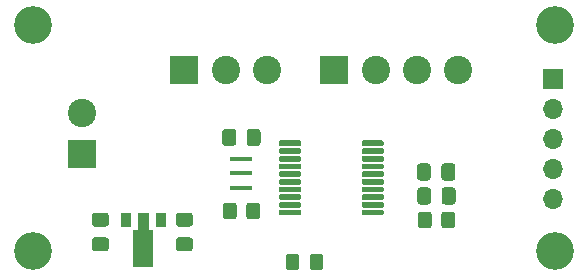
<source format=gbr>
%TF.GenerationSoftware,KiCad,Pcbnew,(5.1.9)-1*%
%TF.CreationDate,2021-07-20T15:51:09-07:00*%
%TF.ProjectId,Wie to serial,57696520-746f-4207-9365-7269616c2e6b,rev?*%
%TF.SameCoordinates,Original*%
%TF.FileFunction,Soldermask,Top*%
%TF.FilePolarity,Negative*%
%FSLAX46Y46*%
G04 Gerber Fmt 4.6, Leading zero omitted, Abs format (unit mm)*
G04 Created by KiCad (PCBNEW (5.1.9)-1) date 2021-07-20 15:51:09*
%MOMM*%
%LPD*%
G01*
G04 APERTURE LIST*
%ADD10C,3.200000*%
%ADD11R,2.400000X2.400000*%
%ADD12C,2.400000*%
%ADD13R,1.700000X1.700000*%
%ADD14O,1.700000X1.700000*%
%ADD15R,0.900000X1.300000*%
%ADD16C,0.100000*%
%ADD17R,1.900000X0.400000*%
G04 APERTURE END LIST*
%TO.C,U2*%
G36*
G01*
X148712000Y-83052000D02*
X148712000Y-82802000D01*
G75*
G02*
X148837000Y-82677000I125000J0D01*
G01*
X150487000Y-82677000D01*
G75*
G02*
X150612000Y-82802000I0J-125000D01*
G01*
X150612000Y-83052000D01*
G75*
G02*
X150487000Y-83177000I-125000J0D01*
G01*
X148837000Y-83177000D01*
G75*
G02*
X148712000Y-83052000I0J125000D01*
G01*
G37*
G36*
G01*
X148712000Y-83702000D02*
X148712000Y-83452000D01*
G75*
G02*
X148837000Y-83327000I125000J0D01*
G01*
X150487000Y-83327000D01*
G75*
G02*
X150612000Y-83452000I0J-125000D01*
G01*
X150612000Y-83702000D01*
G75*
G02*
X150487000Y-83827000I-125000J0D01*
G01*
X148837000Y-83827000D01*
G75*
G02*
X148712000Y-83702000I0J125000D01*
G01*
G37*
G36*
G01*
X148712000Y-84352000D02*
X148712000Y-84102000D01*
G75*
G02*
X148837000Y-83977000I125000J0D01*
G01*
X150487000Y-83977000D01*
G75*
G02*
X150612000Y-84102000I0J-125000D01*
G01*
X150612000Y-84352000D01*
G75*
G02*
X150487000Y-84477000I-125000J0D01*
G01*
X148837000Y-84477000D01*
G75*
G02*
X148712000Y-84352000I0J125000D01*
G01*
G37*
G36*
G01*
X148712000Y-85002000D02*
X148712000Y-84752000D01*
G75*
G02*
X148837000Y-84627000I125000J0D01*
G01*
X150487000Y-84627000D01*
G75*
G02*
X150612000Y-84752000I0J-125000D01*
G01*
X150612000Y-85002000D01*
G75*
G02*
X150487000Y-85127000I-125000J0D01*
G01*
X148837000Y-85127000D01*
G75*
G02*
X148712000Y-85002000I0J125000D01*
G01*
G37*
G36*
G01*
X148712000Y-85652000D02*
X148712000Y-85402000D01*
G75*
G02*
X148837000Y-85277000I125000J0D01*
G01*
X150487000Y-85277000D01*
G75*
G02*
X150612000Y-85402000I0J-125000D01*
G01*
X150612000Y-85652000D01*
G75*
G02*
X150487000Y-85777000I-125000J0D01*
G01*
X148837000Y-85777000D01*
G75*
G02*
X148712000Y-85652000I0J125000D01*
G01*
G37*
G36*
G01*
X148712000Y-86302000D02*
X148712000Y-86052000D01*
G75*
G02*
X148837000Y-85927000I125000J0D01*
G01*
X150487000Y-85927000D01*
G75*
G02*
X150612000Y-86052000I0J-125000D01*
G01*
X150612000Y-86302000D01*
G75*
G02*
X150487000Y-86427000I-125000J0D01*
G01*
X148837000Y-86427000D01*
G75*
G02*
X148712000Y-86302000I0J125000D01*
G01*
G37*
G36*
G01*
X148712000Y-86952000D02*
X148712000Y-86702000D01*
G75*
G02*
X148837000Y-86577000I125000J0D01*
G01*
X150487000Y-86577000D01*
G75*
G02*
X150612000Y-86702000I0J-125000D01*
G01*
X150612000Y-86952000D01*
G75*
G02*
X150487000Y-87077000I-125000J0D01*
G01*
X148837000Y-87077000D01*
G75*
G02*
X148712000Y-86952000I0J125000D01*
G01*
G37*
G36*
G01*
X148712000Y-87602000D02*
X148712000Y-87352000D01*
G75*
G02*
X148837000Y-87227000I125000J0D01*
G01*
X150487000Y-87227000D01*
G75*
G02*
X150612000Y-87352000I0J-125000D01*
G01*
X150612000Y-87602000D01*
G75*
G02*
X150487000Y-87727000I-125000J0D01*
G01*
X148837000Y-87727000D01*
G75*
G02*
X148712000Y-87602000I0J125000D01*
G01*
G37*
G36*
G01*
X148712000Y-88252000D02*
X148712000Y-88002000D01*
G75*
G02*
X148837000Y-87877000I125000J0D01*
G01*
X150487000Y-87877000D01*
G75*
G02*
X150612000Y-88002000I0J-125000D01*
G01*
X150612000Y-88252000D01*
G75*
G02*
X150487000Y-88377000I-125000J0D01*
G01*
X148837000Y-88377000D01*
G75*
G02*
X148712000Y-88252000I0J125000D01*
G01*
G37*
G36*
G01*
X148712000Y-88902000D02*
X148712000Y-88652000D01*
G75*
G02*
X148837000Y-88527000I125000J0D01*
G01*
X150487000Y-88527000D01*
G75*
G02*
X150612000Y-88652000I0J-125000D01*
G01*
X150612000Y-88902000D01*
G75*
G02*
X150487000Y-89027000I-125000J0D01*
G01*
X148837000Y-89027000D01*
G75*
G02*
X148712000Y-88902000I0J125000D01*
G01*
G37*
G36*
G01*
X155712000Y-88902000D02*
X155712000Y-88652000D01*
G75*
G02*
X155837000Y-88527000I125000J0D01*
G01*
X157487000Y-88527000D01*
G75*
G02*
X157612000Y-88652000I0J-125000D01*
G01*
X157612000Y-88902000D01*
G75*
G02*
X157487000Y-89027000I-125000J0D01*
G01*
X155837000Y-89027000D01*
G75*
G02*
X155712000Y-88902000I0J125000D01*
G01*
G37*
G36*
G01*
X155712000Y-88252000D02*
X155712000Y-88002000D01*
G75*
G02*
X155837000Y-87877000I125000J0D01*
G01*
X157487000Y-87877000D01*
G75*
G02*
X157612000Y-88002000I0J-125000D01*
G01*
X157612000Y-88252000D01*
G75*
G02*
X157487000Y-88377000I-125000J0D01*
G01*
X155837000Y-88377000D01*
G75*
G02*
X155712000Y-88252000I0J125000D01*
G01*
G37*
G36*
G01*
X155712000Y-87602000D02*
X155712000Y-87352000D01*
G75*
G02*
X155837000Y-87227000I125000J0D01*
G01*
X157487000Y-87227000D01*
G75*
G02*
X157612000Y-87352000I0J-125000D01*
G01*
X157612000Y-87602000D01*
G75*
G02*
X157487000Y-87727000I-125000J0D01*
G01*
X155837000Y-87727000D01*
G75*
G02*
X155712000Y-87602000I0J125000D01*
G01*
G37*
G36*
G01*
X155712000Y-86952000D02*
X155712000Y-86702000D01*
G75*
G02*
X155837000Y-86577000I125000J0D01*
G01*
X157487000Y-86577000D01*
G75*
G02*
X157612000Y-86702000I0J-125000D01*
G01*
X157612000Y-86952000D01*
G75*
G02*
X157487000Y-87077000I-125000J0D01*
G01*
X155837000Y-87077000D01*
G75*
G02*
X155712000Y-86952000I0J125000D01*
G01*
G37*
G36*
G01*
X155712000Y-86302000D02*
X155712000Y-86052000D01*
G75*
G02*
X155837000Y-85927000I125000J0D01*
G01*
X157487000Y-85927000D01*
G75*
G02*
X157612000Y-86052000I0J-125000D01*
G01*
X157612000Y-86302000D01*
G75*
G02*
X157487000Y-86427000I-125000J0D01*
G01*
X155837000Y-86427000D01*
G75*
G02*
X155712000Y-86302000I0J125000D01*
G01*
G37*
G36*
G01*
X155712000Y-85652000D02*
X155712000Y-85402000D01*
G75*
G02*
X155837000Y-85277000I125000J0D01*
G01*
X157487000Y-85277000D01*
G75*
G02*
X157612000Y-85402000I0J-125000D01*
G01*
X157612000Y-85652000D01*
G75*
G02*
X157487000Y-85777000I-125000J0D01*
G01*
X155837000Y-85777000D01*
G75*
G02*
X155712000Y-85652000I0J125000D01*
G01*
G37*
G36*
G01*
X155712000Y-85002000D02*
X155712000Y-84752000D01*
G75*
G02*
X155837000Y-84627000I125000J0D01*
G01*
X157487000Y-84627000D01*
G75*
G02*
X157612000Y-84752000I0J-125000D01*
G01*
X157612000Y-85002000D01*
G75*
G02*
X157487000Y-85127000I-125000J0D01*
G01*
X155837000Y-85127000D01*
G75*
G02*
X155712000Y-85002000I0J125000D01*
G01*
G37*
G36*
G01*
X155712000Y-84352000D02*
X155712000Y-84102000D01*
G75*
G02*
X155837000Y-83977000I125000J0D01*
G01*
X157487000Y-83977000D01*
G75*
G02*
X157612000Y-84102000I0J-125000D01*
G01*
X157612000Y-84352000D01*
G75*
G02*
X157487000Y-84477000I-125000J0D01*
G01*
X155837000Y-84477000D01*
G75*
G02*
X155712000Y-84352000I0J125000D01*
G01*
G37*
G36*
G01*
X155712000Y-83702000D02*
X155712000Y-83452000D01*
G75*
G02*
X155837000Y-83327000I125000J0D01*
G01*
X157487000Y-83327000D01*
G75*
G02*
X157612000Y-83452000I0J-125000D01*
G01*
X157612000Y-83702000D01*
G75*
G02*
X157487000Y-83827000I-125000J0D01*
G01*
X155837000Y-83827000D01*
G75*
G02*
X155712000Y-83702000I0J125000D01*
G01*
G37*
G36*
G01*
X155712000Y-83052000D02*
X155712000Y-82802000D01*
G75*
G02*
X155837000Y-82677000I125000J0D01*
G01*
X157487000Y-82677000D01*
G75*
G02*
X157612000Y-82802000I0J-125000D01*
G01*
X157612000Y-83052000D01*
G75*
G02*
X157487000Y-83177000I-125000J0D01*
G01*
X155837000Y-83177000D01*
G75*
G02*
X155712000Y-83052000I0J125000D01*
G01*
G37*
%TD*%
%TO.C,C3*%
G36*
G01*
X160405500Y-85819000D02*
X160405500Y-84869000D01*
G75*
G02*
X160655500Y-84619000I250000J0D01*
G01*
X161330500Y-84619000D01*
G75*
G02*
X161580500Y-84869000I0J-250000D01*
G01*
X161580500Y-85819000D01*
G75*
G02*
X161330500Y-86069000I-250000J0D01*
G01*
X160655500Y-86069000D01*
G75*
G02*
X160405500Y-85819000I0J250000D01*
G01*
G37*
G36*
G01*
X162480500Y-85819000D02*
X162480500Y-84869000D01*
G75*
G02*
X162730500Y-84619000I250000J0D01*
G01*
X163405500Y-84619000D01*
G75*
G02*
X163655500Y-84869000I0J-250000D01*
G01*
X163655500Y-85819000D01*
G75*
G02*
X163405500Y-86069000I-250000J0D01*
G01*
X162730500Y-86069000D01*
G75*
G02*
X162480500Y-85819000I0J250000D01*
G01*
G37*
%TD*%
%TO.C,C1*%
G36*
G01*
X133129000Y-88799000D02*
X134079000Y-88799000D01*
G75*
G02*
X134329000Y-89049000I0J-250000D01*
G01*
X134329000Y-89724000D01*
G75*
G02*
X134079000Y-89974000I-250000J0D01*
G01*
X133129000Y-89974000D01*
G75*
G02*
X132879000Y-89724000I0J250000D01*
G01*
X132879000Y-89049000D01*
G75*
G02*
X133129000Y-88799000I250000J0D01*
G01*
G37*
G36*
G01*
X133129000Y-90874000D02*
X134079000Y-90874000D01*
G75*
G02*
X134329000Y-91124000I0J-250000D01*
G01*
X134329000Y-91799000D01*
G75*
G02*
X134079000Y-92049000I-250000J0D01*
G01*
X133129000Y-92049000D01*
G75*
G02*
X132879000Y-91799000I0J250000D01*
G01*
X132879000Y-91124000D01*
G75*
G02*
X133129000Y-90874000I250000J0D01*
G01*
G37*
%TD*%
%TO.C,C2*%
G36*
G01*
X140241000Y-90874000D02*
X141191000Y-90874000D01*
G75*
G02*
X141441000Y-91124000I0J-250000D01*
G01*
X141441000Y-91799000D01*
G75*
G02*
X141191000Y-92049000I-250000J0D01*
G01*
X140241000Y-92049000D01*
G75*
G02*
X139991000Y-91799000I0J250000D01*
G01*
X139991000Y-91124000D01*
G75*
G02*
X140241000Y-90874000I250000J0D01*
G01*
G37*
G36*
G01*
X140241000Y-88799000D02*
X141191000Y-88799000D01*
G75*
G02*
X141441000Y-89049000I0J-250000D01*
G01*
X141441000Y-89724000D01*
G75*
G02*
X141191000Y-89974000I-250000J0D01*
G01*
X140241000Y-89974000D01*
G75*
G02*
X139991000Y-89724000I0J250000D01*
G01*
X139991000Y-89049000D01*
G75*
G02*
X140241000Y-88799000I250000J0D01*
G01*
G37*
%TD*%
%TO.C,C4*%
G36*
G01*
X143917000Y-82898000D02*
X143917000Y-81948000D01*
G75*
G02*
X144167000Y-81698000I250000J0D01*
G01*
X144842000Y-81698000D01*
G75*
G02*
X145092000Y-81948000I0J-250000D01*
G01*
X145092000Y-82898000D01*
G75*
G02*
X144842000Y-83148000I-250000J0D01*
G01*
X144167000Y-83148000D01*
G75*
G02*
X143917000Y-82898000I0J250000D01*
G01*
G37*
G36*
G01*
X145992000Y-82898000D02*
X145992000Y-81948000D01*
G75*
G02*
X146242000Y-81698000I250000J0D01*
G01*
X146917000Y-81698000D01*
G75*
G02*
X147167000Y-81948000I0J-250000D01*
G01*
X147167000Y-82898000D01*
G75*
G02*
X146917000Y-83148000I-250000J0D01*
G01*
X146242000Y-83148000D01*
G75*
G02*
X145992000Y-82898000I0J250000D01*
G01*
G37*
%TD*%
%TO.C,C5*%
G36*
G01*
X162502000Y-87851000D02*
X162502000Y-86901000D01*
G75*
G02*
X162752000Y-86651000I250000J0D01*
G01*
X163427000Y-86651000D01*
G75*
G02*
X163677000Y-86901000I0J-250000D01*
G01*
X163677000Y-87851000D01*
G75*
G02*
X163427000Y-88101000I-250000J0D01*
G01*
X162752000Y-88101000D01*
G75*
G02*
X162502000Y-87851000I0J250000D01*
G01*
G37*
G36*
G01*
X160427000Y-87851000D02*
X160427000Y-86901000D01*
G75*
G02*
X160677000Y-86651000I250000J0D01*
G01*
X161352000Y-86651000D01*
G75*
G02*
X161602000Y-86901000I0J-250000D01*
G01*
X161602000Y-87851000D01*
G75*
G02*
X161352000Y-88101000I-250000J0D01*
G01*
X160677000Y-88101000D01*
G75*
G02*
X160427000Y-87851000I0J250000D01*
G01*
G37*
%TD*%
%TO.C,D1*%
G36*
G01*
X149276000Y-93414001D02*
X149276000Y-92513999D01*
G75*
G02*
X149525999Y-92264000I249999J0D01*
G01*
X150176001Y-92264000D01*
G75*
G02*
X150426000Y-92513999I0J-249999D01*
G01*
X150426000Y-93414001D01*
G75*
G02*
X150176001Y-93664000I-249999J0D01*
G01*
X149525999Y-93664000D01*
G75*
G02*
X149276000Y-93414001I0J249999D01*
G01*
G37*
G36*
G01*
X151326000Y-93414001D02*
X151326000Y-92513999D01*
G75*
G02*
X151575999Y-92264000I249999J0D01*
G01*
X152226001Y-92264000D01*
G75*
G02*
X152476000Y-92513999I0J-249999D01*
G01*
X152476000Y-93414001D01*
G75*
G02*
X152226001Y-93664000I-249999J0D01*
G01*
X151575999Y-93664000D01*
G75*
G02*
X151326000Y-93414001I0J249999D01*
G01*
G37*
%TD*%
D10*
%TO.C,H1*%
X127889000Y-72898000D03*
%TD*%
%TO.C,H2*%
X172085000Y-92075000D03*
%TD*%
%TO.C,H3*%
X127889000Y-92075000D03*
%TD*%
%TO.C,H4*%
X172085000Y-72898000D03*
%TD*%
D11*
%TO.C,J1*%
X132080000Y-83820000D03*
D12*
X132080000Y-80320000D03*
%TD*%
D11*
%TO.C,J2*%
X153416000Y-76708000D03*
D12*
X156916000Y-76708000D03*
X160416000Y-76708000D03*
X163916000Y-76708000D03*
%TD*%
D11*
%TO.C,J3*%
X140716000Y-76708000D03*
D12*
X144216000Y-76708000D03*
X147716000Y-76708000D03*
%TD*%
D13*
%TO.C,J4*%
X171958000Y-77470000D03*
D14*
X171958000Y-80010000D03*
X171958000Y-82550000D03*
X171958000Y-85090000D03*
X171958000Y-87630000D03*
%TD*%
%TO.C,R1*%
G36*
G01*
X145942000Y-89096001D02*
X145942000Y-88195999D01*
G75*
G02*
X146191999Y-87946000I249999J0D01*
G01*
X146892001Y-87946000D01*
G75*
G02*
X147142000Y-88195999I0J-249999D01*
G01*
X147142000Y-89096001D01*
G75*
G02*
X146892001Y-89346000I-249999J0D01*
G01*
X146191999Y-89346000D01*
G75*
G02*
X145942000Y-89096001I0J249999D01*
G01*
G37*
G36*
G01*
X143942000Y-89096001D02*
X143942000Y-88195999D01*
G75*
G02*
X144191999Y-87946000I249999J0D01*
G01*
X144892001Y-87946000D01*
G75*
G02*
X145142000Y-88195999I0J-249999D01*
G01*
X145142000Y-89096001D01*
G75*
G02*
X144892001Y-89346000I-249999J0D01*
G01*
X144191999Y-89346000D01*
G75*
G02*
X143942000Y-89096001I0J249999D01*
G01*
G37*
%TD*%
%TO.C,R2*%
G36*
G01*
X163652000Y-88957999D02*
X163652000Y-89858001D01*
G75*
G02*
X163402001Y-90108000I-249999J0D01*
G01*
X162701999Y-90108000D01*
G75*
G02*
X162452000Y-89858001I0J249999D01*
G01*
X162452000Y-88957999D01*
G75*
G02*
X162701999Y-88708000I249999J0D01*
G01*
X163402001Y-88708000D01*
G75*
G02*
X163652000Y-88957999I0J-249999D01*
G01*
G37*
G36*
G01*
X161652000Y-88957999D02*
X161652000Y-89858001D01*
G75*
G02*
X161402001Y-90108000I-249999J0D01*
G01*
X160701999Y-90108000D01*
G75*
G02*
X160452000Y-89858001I0J249999D01*
G01*
X160452000Y-88957999D01*
G75*
G02*
X160701999Y-88708000I249999J0D01*
G01*
X161402001Y-88708000D01*
G75*
G02*
X161652000Y-88957999I0J-249999D01*
G01*
G37*
%TD*%
D15*
%TO.C,U1*%
X138731199Y-89445801D03*
X135731199Y-89445801D03*
D16*
G36*
X136364699Y-93395801D02*
G01*
X136364699Y-90270801D01*
X136781199Y-90270801D01*
X136781199Y-88795801D01*
X137681199Y-88795801D01*
X137681199Y-90270801D01*
X138097699Y-90270801D01*
X138097699Y-93395801D01*
X136364699Y-93395801D01*
G37*
%TD*%
D17*
%TO.C,Y2*%
X145542000Y-86671000D03*
X145542000Y-85471000D03*
X145542000Y-84271000D03*
%TD*%
M02*

</source>
